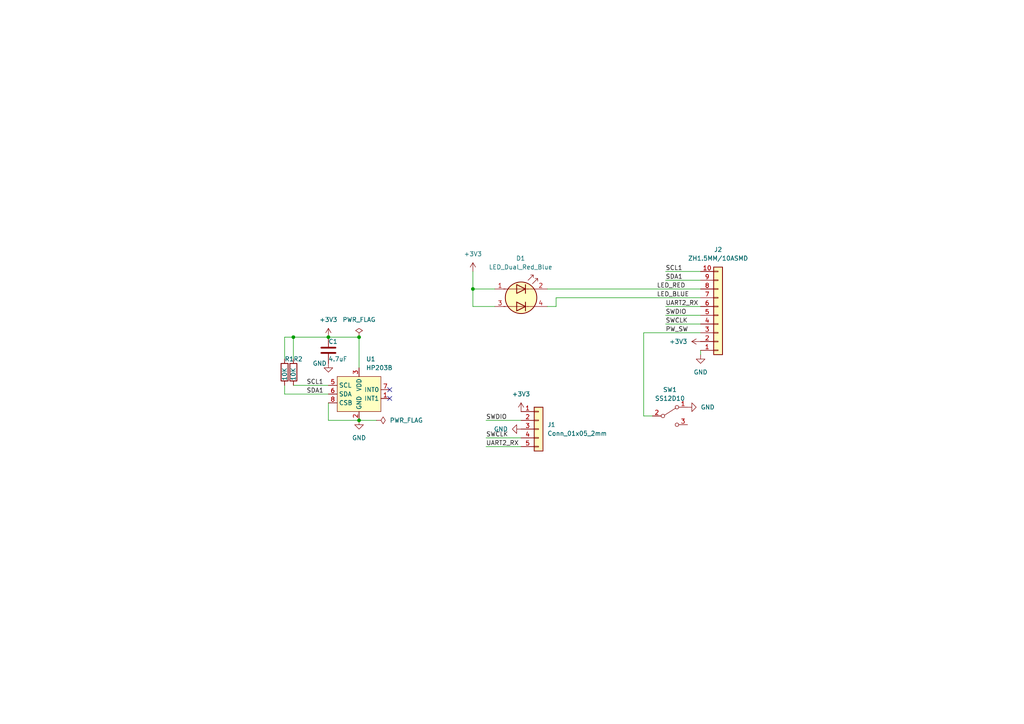
<source format=kicad_sch>
(kicad_sch (version 20231120) (generator "eeschema") (generator_version "8.0")
  (paper "A4")
  (title_block (title "EHSLS-01-Baro") (date "2022-05-09") (rev "V0.1"))
  (lib_symbols
    (symbol "Connector_Generic:Conn_01x05" (pin_names (offset 1.016) hide)
      (property "Reference" "J" (at 0 7.62 0))
      (property "Value" "Conn_01x05" (at 0 -7.62 0))
      (symbol "Conn_01x05_1_1"
        (rectangle (start -1.27 -4.953) (end 0 -5.207) (stroke (width 0.1524)))
        (rectangle (start -1.27 -2.413) (end 0 -2.667) (stroke (width 0.1524)))
        (rectangle (start -1.27 0.127) (end 0 -0.127) (stroke (width 0.1524)))
        (rectangle (start -1.27 2.667) (end 0 2.413) (stroke (width 0.1524)))
        (rectangle (start -1.27 5.207) (end 0 4.953) (stroke (width 0.1524)))
        (rectangle (start -1.27 6.35) (end 1.27 -6.35) (stroke (width 0.254)) (fill (type background)))
        (pin passive line (at -5.08 5.08 0) (length 3.81) (name "Pin_1") (number "1"))
        (pin passive line (at -5.08 2.54 0) (length 3.81) (name "Pin_2") (number "2"))
        (pin passive line (at -5.08 0 0) (length 3.81) (name "Pin_3") (number "3"))
        (pin passive line (at -5.08 -2.54 0) (length 3.81) (name "Pin_4") (number "4"))
        (pin passive line (at -5.08 -5.08 0) (length 3.81) (name "Pin_5") (number "5"))
      )
    )
    (symbol "Connector_Generic:Conn_01x10" (pin_names (offset 1.016) hide)
      (property "Reference" "J" (at 0 12.7 0))
      (property "Value" "Conn_01x10" (at 0 -15.24 0))
      (symbol "Conn_01x10_1_1"
        (rectangle (start -1.27 -12.573) (end 0 -12.827) (stroke (width 0.1524)))
        (rectangle (start -1.27 -10.033) (end 0 -10.287) (stroke (width 0.1524)))
        (rectangle (start -1.27 -7.493) (end 0 -7.747) (stroke (width 0.1524)))
        (rectangle (start -1.27 -4.953) (end 0 -5.207) (stroke (width 0.1524)))
        (rectangle (start -1.27 -2.413) (end 0 -2.667) (stroke (width 0.1524)))
        (rectangle (start -1.27 0.127) (end 0 -0.127) (stroke (width 0.1524)))
        (rectangle (start -1.27 2.667) (end 0 2.413) (stroke (width 0.1524)))
        (rectangle (start -1.27 5.207) (end 0 4.953) (stroke (width 0.1524)))
        (rectangle (start -1.27 7.747) (end 0 7.493) (stroke (width 0.1524)))
        (rectangle (start -1.27 10.287) (end 0 10.033) (stroke (width 0.1524)))
        (rectangle (start -1.27 11.43) (end 1.27 -13.97) (stroke (width 0.254)) (fill (type background)))
        (pin passive line (at -5.08 10.16 0) (length 3.81) (name "Pin_1") (number "1"))
        (pin passive line (at -5.08 -12.7 0) (length 3.81) (name "Pin_10") (number "10"))
        (pin passive line (at -5.08 7.62 0) (length 3.81) (name "Pin_2") (number "2"))
        (pin passive line (at -5.08 5.08 0) (length 3.81) (name "Pin_3") (number "3"))
        (pin passive line (at -5.08 2.54 0) (length 3.81) (name "Pin_4") (number "4"))
        (pin passive line (at -5.08 0 0) (length 3.81) (name "Pin_5") (number "5"))
        (pin passive line (at -5.08 -2.54 0) (length 3.81) (name "Pin_6") (number "6"))
        (pin passive line (at -5.08 -5.08 0) (length 3.81) (name "Pin_7") (number "7"))
        (pin passive line (at -5.08 -7.62 0) (length 3.81) (name "Pin_8") (number "8"))
        (pin passive line (at -5.08 -10.16 0) (length 3.81) (name "Pin_9") (number "9"))
      )
    )
    (symbol "Device:C" (pin_numbers hide) (pin_names (offset 0.254))
      (property "Reference" "C" (at 0.635 2.54 0))
      (property "Value" "C" (at 0.635 -2.54 0))
      (symbol "C_0_1"
        (polyline (pts (xy -2.032 -0.762) (xy 2.032 -0.762)) (stroke (width 0.508)))
        (polyline (pts (xy -2.032 0.762) (xy 2.032 0.762)) (stroke (width 0.508)))
      )
      (symbol "C_1_1"
        (pin passive line (at 0 3.81 270) (length 2.794) (name "~") (number "1"))
        (pin passive line (at 0 -3.81 90) (length 2.794) (name "~") (number "2"))
      )
    )
    (symbol "Device:LED_Dual_AKAK" (pin_names (offset 0) hide)
      (property "Reference" "D" (at 0 5.715 0))
      (property "Value" "LED_Dual_AKAK" (at 0 -6.35 0))
      (symbol "LED_Dual_AKAK_0_1"
        (polyline (pts (xy -5.08 -2.54) (xy 2.032 -2.54)))
        (polyline (pts (xy -5.08 2.54) (xy 2.032 2.54)))
        (polyline (pts (xy 1.27 -1.27) (xy 1.27 -3.81)) (stroke (width 0.254)))
        (polyline (pts (xy 1.27 3.81) (xy 1.27 1.27)) (stroke (width 0.254)))
        (polyline (pts (xy 3.81 -2.54) (xy 1.905 -2.54)))
        (polyline (pts (xy 3.81 2.54) (xy 1.905 2.54)))
        (polyline (pts (xy -1.27 -1.27) (xy -1.27 -3.81) (xy 1.27 -2.54) (xy -1.27 -1.27)) (stroke (width 0.254)))
        (polyline (pts (xy -1.27 3.81) (xy -1.27 1.27) (xy 1.27 2.54) (xy -1.27 3.81)) (stroke (width 0.254)))
        (polyline (pts (xy 2.032 5.08) (xy 3.556 6.604) (xy 2.794 6.604) (xy 3.556 6.604) (xy 3.556 5.842)))
        (polyline (pts (xy 3.302 4.064) (xy 4.826 5.588) (xy 4.064 5.588) (xy 4.826 5.588) (xy 4.826 4.826)))
        (circle (center 0 0) (radius 4.572) (stroke (width 0.254)) (fill (type background)))
      )
      (symbol "LED_Dual_AKAK_1_1"
        (pin input line (at -7.62 2.54 0) (length 3.048) (name "A1") (number "1"))
        (pin input line (at 7.62 2.54 180) (length 3.81) (name "K1") (number "2"))
        (pin input line (at -7.62 -2.54 0) (length 3.048) (name "A2") (number "3"))
        (pin input line (at 7.62 -2.54 180) (length 3.81) (name "K2") (number "4"))
      )
    )
    (symbol "Device:R" (pin_numbers hide) (pin_names (offset 0))
      (property "Reference" "R" (at 2.032 0 90))
      (property "Value" "R" (at 0 0 90))
      (symbol "R_0_1"
        (rectangle (start -1.016 -2.54) (end 1.016 2.54) (stroke (width 0.254)))
      )
      (symbol "R_1_1"
        (pin passive line (at 0 3.81 270) (length 1.27) (name "~") (number "1"))
        (pin passive line (at 0 -3.81 90) (length 1.27) (name "~") (number "2"))
      )
    )
    (symbol "Ovo_Sensor_Pressure:HP203B"
      (property "Reference" "U" (at 2.54 8.89 0))
      (property "Value" "HP203B" (at 5.08 6.35 0))
      (symbol "HP203B_0_1"
        (rectangle (start -6.35 5.08) (end 6.35 -5.08) (fill (type background)))
      )
      (symbol "HP203B_1_1"
        (pin output line (at 8.89 -1.27 180) (length 2.54) (name "INT1") (number "1"))
        (pin power_in line (at 0 -7.62 90) (length 2.54) (name "GND") (number "2"))
        (pin power_in line (at 0 7.62 270) (length 2.54) (name "VDD") (number "3"))
        (pin no_connect line (at -3.81 -7.62 90) (length 2.54) hide (name "NC") (number "4"))
        (pin input line (at -8.89 2.54 0) (length 2.54) (name "SCL") (number "5"))
        (pin bidirectional line (at -8.89 0 0) (length 2.54) (name "SDA") (number "6"))
        (pin output line (at 8.89 1.27 180) (length 2.54) (name "INT0") (number "7"))
        (pin input line (at -8.89 -2.54 0) (length 2.54) (name "CSB") (number "8"))
      )
    )
    (symbol "Switch:SW_SPDT" (pin_names (offset 0) hide)
      (property "Reference" "SW" (at 0 4.318 0))
      (property "Value" "SW_SPDT" (at 0 -5.08 0))
      (symbol "SW_SPDT_0_0"
        (circle (center -2.032 0) (radius 0.508))
        (circle (center 2.032 -2.54) (radius 0.508))
      )
      (symbol "SW_SPDT_0_1"
        (polyline (pts (xy -1.524 0.254) (xy 1.651 2.286)))
        (circle (center 2.032 2.54) (radius 0.508))
      )
      (symbol "SW_SPDT_1_1"
        (pin passive line (at 5.08 2.54 180) (length 2.54) (name "A") (number "1"))
        (pin passive line (at -5.08 0 0) (length 2.54) (name "B") (number "2"))
        (pin passive line (at 5.08 -2.54 180) (length 2.54) (name "C") (number "3"))
      )
    )
    (symbol "power:+3V3" (power) (pin_names (offset 0))
      (property "Value" "+3V3" (at 0 3.556 0))
      (symbol "+3V3_0_1"
        (polyline (pts (xy -0.762 1.27) (xy 0 2.54)))
        (polyline (pts (xy 0 0) (xy 0 2.54)))
        (polyline (pts (xy 0 2.54) (xy 0.762 1.27)))
      )
      (symbol "+3V3_1_1"
        (pin power_in line (at 0 0 90) (length 0) hide (name "+3V3") (number "1"))
      )
    )
    (symbol "power:GND" (power) (pin_names (offset 0))
      (property "Value" "GND" (at 0 -3.81 0))
      (symbol "GND_0_1"
        (polyline (pts (xy 0 0) (xy 0 -1.27) (xy 1.27 -1.27) (xy 0 -2.54) (xy -1.27 -1.27) (xy 0 -1.27)))
      )
      (symbol "GND_1_1"
        (pin power_in line (at 0 0 270) (length 0) hide (name "GND") (number "1"))
      )
    )
    (symbol "power:PWR_FLAG" (power) (pin_numbers hide) (pin_names (offset 0) hide)
      (property "Value" "PWR_FLAG" (at 0 3.81 0))
      (symbol "PWR_FLAG_0_0"
        (pin power_out line (at 0 0 90) (length 0) (name "pwr") (number "1"))
      )
      (symbol "PWR_FLAG_0_1"
        (polyline (pts (xy 0 0) (xy 0 1.27) (xy -1.016 1.905) (xy 0 2.54) (xy 1.016 1.905) (xy 0 1.27)))
      )
    )
  )
  (junction (at 137.16 83.82))
  (junction (at 104.14 97.79))
  (junction (at 104.14 121.92))
  (junction (at 85.09 97.79))
  (junction (at 95.25 97.79))
  (no_connect (at 113.03 113.03))
  (no_connect (at 113.03 115.57))
  (wire (pts (xy 140.97 121.92) (xy 151.13 121.92)))
  (wire (pts (xy 193.04 93.98) (xy 203.2 93.98)))
  (wire (pts (xy 104.14 121.92) (xy 109.22 121.92)))
  (wire (pts (xy 158.75 83.82) (xy 203.2 83.82)))
  (wire (pts (xy 140.97 127) (xy 151.13 127)))
  (wire (pts (xy 161.29 86.36) (xy 203.2 86.36)))
  (wire (pts (xy 82.55 111.76) (xy 82.55 114.3)))
  (wire (pts (xy 82.55 97.79) (xy 85.09 97.79)))
  (wire (pts (xy 85.09 111.76) (xy 95.25 111.76)))
  (wire (pts (xy 104.14 97.79) (xy 104.14 106.68)))
  (wire (pts (xy 203.2 101.6) (xy 203.2 102.87)))
  (wire (pts (xy 193.04 78.74) (xy 203.2 78.74)))
  (wire (pts (xy 85.09 104.14) (xy 85.09 97.79)))
  (wire (pts (xy 186.69 120.65) (xy 189.23 120.65)))
  (wire (pts (xy 137.16 88.9) (xy 137.16 83.82)))
  (wire (pts (xy 143.51 88.9) (xy 137.16 88.9)))
  (wire (pts (xy 137.16 83.82) (xy 143.51 83.82)))
  (wire (pts (xy 193.04 88.9) (xy 203.2 88.9)))
  (wire (pts (xy 193.04 81.28) (xy 203.2 81.28)))
  (wire (pts (xy 95.25 97.79) (xy 104.14 97.79)))
  (wire (pts (xy 82.55 114.3) (xy 95.25 114.3)))
  (wire (pts (xy 161.29 88.9) (xy 161.29 86.36)))
  (wire (pts (xy 186.69 96.52) (xy 186.69 120.65)))
  (wire (pts (xy 193.04 91.44) (xy 203.2 91.44)))
  (wire (pts (xy 140.97 129.54) (xy 151.13 129.54)))
  (wire (pts (xy 82.55 104.14) (xy 82.55 97.79)))
  (wire (pts (xy 95.25 121.92) (xy 104.14 121.92)))
  (wire (pts (xy 161.29 88.9) (xy 158.75 88.9)))
  (wire (pts (xy 186.69 96.52) (xy 203.2 96.52)))
  (wire (pts (xy 85.09 97.79) (xy 95.25 97.79)))
  (wire (pts (xy 95.25 116.84) (xy 95.25 121.92)))
  (wire (pts (xy 137.16 78.74) (xy 137.16 83.82)))
  (label "LED_BLUE" (at 190.5 86.36 0))
  (label "SWDIO" (at 140.97 121.92 0))
  (label "SWCLK" (at 140.97 127 0))
  (label "LED_RED" (at 190.5 83.82 0))
  (label "SDA1" (at 88.9 114.3 0))
  (label "SCL1" (at 88.9 111.76 0))
  (label "SWCLK" (at 193.04 93.98 0))
  (label "PW_SW" (at 193.04 96.52 0))
  (label "SDA1" (at 193.04 81.28 0))
  (label "UART2_RX" (at 193.04 88.9 0))
  (label "SWDIO" (at 193.04 91.44 0))
  (label "SCL1" (at 193.04 78.74 0))
  (label "UART2_RX" (at 140.97 129.54 0))
  (symbol (lib_id "power:+3V3") (at 203.2 99.06 90) (unit 1)
    (property "Reference" "#PWR0104" (effects (hide yes)))
    (property "Value" "+3V3" (at 199.39 99.0599 90) (effects (justify left)))
  )
  (symbol (lib_id "power:GND") (at 203.2 102.87 0) (unit 1)
    (property "Reference" "#PWR0105" (effects (hide yes)))
    (property "Value" "GND" (at 203.2 107.95 0))
  )
  (symbol (lib_id "power:+3V3") (at 151.13 119.38 0) (unit 1)
    (property "Reference" "#PWR0102" (effects (hide yes)))
    (property "Value" "+3V3" (at 151.13 114.3 0))
  )
  (symbol (lib_id "Device:R") (at 85.09 107.95 0) (unit 1)
    (property "Reference" "R2" (at 85.09 104.14 0) (effects (justify left)))
    (property "Value" "10K" (at 85.09 110.49 90) (effects (justify left)))
    (property "Footprint" "Resistor_SMD:R_0603_1608Metric" (effects (hide yes)))
  )
  (symbol (lib_id "Ovo_Sensor_Pressure:HP203B") (at 104.14 114.3 0) (unit 1)
    (property "Reference" "U1" (at 106.1594 104.14 0) (effects (justify left)))
    (property "Value" "HP203B" (at 106.1594 106.68 0) (effects (justify left)))
    (property "Footprint" "Ovo_Package_LGA:HOPERF_LGA-8_3.8x3.6mm_P0.9mm" (effects (hide yes)))
  )
  (symbol (lib_id "Connector_Generic:Conn_01x10") (at 208.28 91.44 0) (mirror x) (unit 1)
    (property "Reference" "J2" (at 208.28 72.39 0))
    (property "Value" "ZH1.5MM/10ASMD" (at 208.28 74.93 0))
    (property "Footprint" "Ovo_Connector_JST:JST_ZH_B10B-ZR-SM4-TF_1x10-1MP_P1.50mm_Vertical" (effects (hide yes)))
  )
  (symbol (lib_id "power:GND") (at 104.14 121.92 0) (unit 1)
    (property "Reference" "#PWR0110" (effects (hide yes)))
    (property "Value" "GND" (at 104.14 127 0))
  )
  (symbol (lib_id "Device:R") (at 82.55 107.95 0) (unit 1)
    (property "Reference" "R1" (at 82.55 104.14 0) (effects (justify left)))
    (property "Value" "10K" (at 82.55 110.49 90) (effects (justify left)))
    (property "Footprint" "Resistor_SMD:R_0603_1608Metric" (effects (hide yes)))
  )
  (symbol (lib_id "Device:LED_Dual_AKAK") (at 151.13 86.36 0) (unit 1)
    (property "Reference" "D1" (at 151.003 74.93 0))
    (property "Value" "LED_Dual_Red_Blue" (at 151.003 77.47 0))
    (property "Footprint" "Ovo_LED_SMD:LED_Dual_1.6x1.5mm" (effects (hide yes)))
  )
  (symbol (lib_id "Connector_Generic:Conn_01x05") (at 156.21 124.46 0) (unit 1)
    (property "Reference" "J1" (at 158.75 123.1899 0) (effects (justify left)))
    (property "Value" "Conn_01x05_2mm" (at 158.75 125.7299 0) (effects (justify left)))
    (property "Footprint" "Connector_PinSocket_2.00mm:PinSocket_1x05_P2.00mm_Vertical" (effects (hide yes)))
  )
  (symbol (lib_id "power:GND") (at 199.39 118.11 90) (unit 1)
    (property "Reference" "#PWR0107" (effects (hide yes)))
    (property "Value" "GND" (at 203.2 118.1099 90) (effects (justify right)))
  )
  (symbol (lib_id "power:PWR_FLAG") (at 104.14 97.79 0) (unit 1)
    (property "Reference" "#FLG0101" (effects (hide yes)))
    (property "Value" "PWR_FLAG" (at 104.14 92.71 0))
  )
  (symbol (lib_id "power:PWR_FLAG") (at 109.22 121.92 270) (unit 1)
    (property "Reference" "#FLG0102" (effects (hide yes)))
    (property "Value" "PWR_FLAG" (at 113.03 121.9199 90) (effects (justify left)))
  )
  (symbol (lib_id "power:GND") (at 95.25 105.41 0) (unit 1)
    (property "Reference" "#PWR0109" (effects (hide yes)))
    (property "Value" "GND" (at 92.71 105.41 0))
  )
  (symbol (lib_id "power:+3V3") (at 137.16 78.74 0) (unit 1)
    (property "Reference" "#PWR0101" (effects (hide yes)))
    (property "Value" "+3V3" (at 137.16 73.66 0))
  )
  (symbol (lib_id "power:+3V3") (at 95.25 97.79 0) (unit 1)
    (property "Reference" "#PWR0108" (effects (hide yes)))
    (property "Value" "+3V3" (at 95.25 92.71 0))
  )
  (symbol (lib_id "Device:C") (at 95.25 101.6 0) (unit 1)
    (property "Reference" "C1" (at 95.25 99.06 0) (effects (justify left)))
    (property "Value" "4.7uF" (at 95.25 104.14 0) (effects (justify left)))
    (property "Footprint" "Capacitor_SMD:C_0603_1608Metric" (effects (hide yes)))
  )
  (symbol (lib_id "power:GND") (at 151.13 124.46 270) (unit 1)
    (property "Reference" "#PWR0103" (effects (hide yes)))
    (property "Value" "GND" (at 147.32 124.4599 90) (effects (justify right)))
  )
  (symbol (lib_id "Switch:SW_SPDT") (at 194.31 120.65 0) (unit 1)
    (property "Reference" "SW1" (at 194.31 113.03 0))
    (property "Value" "SS12D10" (at 194.31 115.57 0))
    (property "Footprint" "Ovo_Button_Switch_THT:SW_SS12D10_SPDT_H5mm" (effects (hide yes)))
  )
)
</source>
